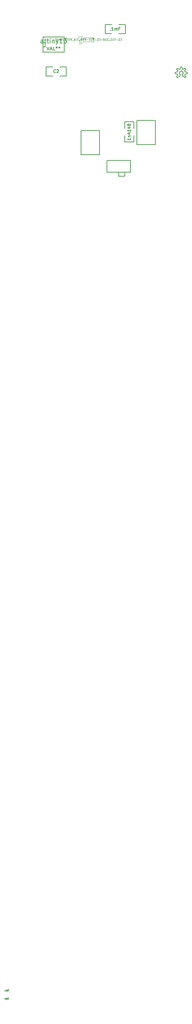
<source format=gto>
G04 ( created by brdgerber.py ( brdgerber.py v0.1 2014-03-12 ) ) date 2021-02-01 19:08:34 EST*
G04 Gerber Fmt 3.4, Leading zero omitted, Abs format*
%MOIN*%
%FSLAX34Y34*%
G01*
G70*
G90*
G04 APERTURE LIST*
%ADD14R,0.2000X0.2000*%
%ADD24R,0.0315X0.0394*%
%ADD19R,0.0393X0.0314*%
%ADD25C,0.0047*%
%ADD13C,0.0200*%
%ADD20R,0.0275X0.0590*%
%ADD10R,0.0236X0.0551*%
%ADD27C,0.0031*%
%ADD12C,0.0050*%
%ADD18C,0.0354*%
%ADD21C,0.0000*%
%ADD15R,0.3000X0.3000*%
%ADD22C,0.0059*%
%ADD11C,0.0060*%
%ADD16R,0.0600X0.0800*%
%ADD23C,0.0471*%
%ADD26C,0.0039*%
%ADD17R,0.0800X0.0600*%
G04 APERTURE END LIST*
G54D14*
D12*
G01X-38500Y-13050D02*
G01X-38500Y-13100D01*
D12*
G01X-38500Y-13100D02*
G01X-36400Y-13100D01*
D12*
G01X-36400Y-11600D02*
G01X-38500Y-11600D01*
D12*
G01X-38500Y-11600D02*
G01X-38500Y-13050D01*
D12*
G01X-38500Y-12150D02*
G01X-38300Y-12150D01*
D12*
G01X-38300Y-12150D02*
G01X-38300Y-12550D01*
D12*
G01X-38300Y-12550D02*
G01X-38500Y-12550D01*
D12*
G01X-36400Y-11600D02*
G01X-36400Y-13100D01*
D11*
G01X-38521Y-12182D02*
G01X-38521Y-11946D01*
G01X-38543Y-11904D01*
G01X-38586Y-11882D01*
G01X-38671Y-11882D01*
G01X-38714Y-11904D01*
D11*
G01X-38521Y-12161D02*
G01X-38564Y-12182D01*
G01X-38671Y-12182D01*
G01X-38714Y-12161D01*
G01X-38736Y-12118D01*
G01X-38736Y-12075D01*
G01X-38714Y-12032D01*
G01X-38671Y-12011D01*
G01X-38564Y-12011D01*
G01X-38521Y-11989D01*
D11*
G01X-38371Y-11882D02*
G01X-38200Y-11882D01*
D11*
G01X-38307Y-11732D02*
G01X-38307Y-12118D01*
G01X-38286Y-12161D01*
G01X-38243Y-12182D01*
G01X-38200Y-12182D01*
D11*
G01X-38114Y-11882D02*
G01X-37943Y-11882D01*
D11*
G01X-38050Y-11732D02*
G01X-38050Y-12118D01*
G01X-38029Y-12161D01*
G01X-37986Y-12182D01*
G01X-37943Y-12182D01*
D11*
G01X-37793Y-12182D02*
G01X-37793Y-11882D01*
D11*
G01X-37793Y-11732D02*
G01X-37814Y-11754D01*
G01X-37793Y-11775D01*
G01X-37771Y-11754D01*
G01X-37793Y-11732D01*
G01X-37793Y-11775D01*
D11*
G01X-37579Y-11882D02*
G01X-37579Y-12182D01*
D11*
G01X-37579Y-11925D02*
G01X-37557Y-11904D01*
G01X-37514Y-11882D01*
G01X-37450Y-11882D01*
G01X-37407Y-11904D01*
G01X-37386Y-11946D01*
G01X-37386Y-12182D01*
D11*
G01X-37214Y-11882D02*
G01X-37107Y-12182D01*
D11*
G01X-37000Y-11882D02*
G01X-37107Y-12182D01*
G01X-37150Y-12289D01*
G01X-37171Y-12311D01*
G01X-37214Y-12332D01*
D11*
G01X-36593Y-12182D02*
G01X-36850Y-12182D01*
D11*
G01X-36721Y-12182D02*
G01X-36721Y-11732D01*
G01X-36764Y-11796D01*
G01X-36807Y-11839D01*
G01X-36850Y-11861D01*
D11*
G01X-36443Y-11732D02*
G01X-36164Y-11732D01*
G01X-36314Y-11904D01*
G01X-36250Y-11904D01*
G01X-36207Y-11925D01*
G01X-36186Y-11946D01*
G01X-36164Y-11989D01*
G01X-36164Y-12096D01*
G01X-36186Y-12139D01*
G01X-36207Y-12161D01*
G01X-36250Y-12182D01*
G01X-36379Y-12182D01*
G01X-36421Y-12161D01*
G01X-36443Y-12139D01*
D11*
G01X-38125Y-12542D02*
G01X-38008Y-12892D01*
G01X-37892Y-12542D01*
D11*
G01X-37792Y-12792D02*
G01X-37625Y-12792D01*
D11*
G01X-37825Y-12892D02*
G01X-37708Y-12542D01*
G01X-37592Y-12892D01*
D11*
G01X-37308Y-12892D02*
G01X-37475Y-12892D01*
G01X-37475Y-12542D01*
D11*
G01X-37142Y-12542D02*
G01X-37142Y-12625D01*
D11*
G01X-37225Y-12592D02*
G01X-37142Y-12625D01*
G01X-37058Y-12592D01*
D11*
G01X-37192Y-12692D02*
G01X-37142Y-12625D01*
G01X-37092Y-12692D01*
D11*
G01X-36875Y-12542D02*
G01X-36875Y-12625D01*
D11*
G01X-36958Y-12592D02*
G01X-36875Y-12625D01*
G01X-36792Y-12592D01*
D11*
G01X-36925Y-12692D02*
G01X-36875Y-12625D01*
G01X-36825Y-12692D01*
D12*
G01X-30350Y-11250D02*
G01X-30350Y-10350D01*
D12*
G01X-30350Y-10350D02*
G01X-31000Y-10350D01*
D12*
G01X-31700Y-11250D02*
G01X-32350Y-11250D01*
D12*
G01X-32350Y-11250D02*
G01X-32350Y-10350D01*
D12*
G01X-32350Y-10350D02*
G01X-31700Y-10350D01*
D12*
G01X-31000Y-11250D02*
G01X-30350Y-11250D01*
D12*
G01X-31821Y-10893D02*
G01X-31807Y-10907D01*
G01X-31821Y-10921D01*
G01X-31836Y-10907D01*
G01X-31821Y-10893D01*
G01X-31821Y-10921D01*
D12*
G01X-31521Y-10921D02*
G01X-31693Y-10921D01*
D12*
G01X-31607Y-10921D02*
G01X-31607Y-10621D01*
G01X-31636Y-10664D01*
G01X-31664Y-10693D01*
G01X-31693Y-10707D01*
D12*
G01X-31393Y-10921D02*
G01X-31393Y-10721D01*
D12*
G01X-31393Y-10750D02*
G01X-31379Y-10736D01*
G01X-31350Y-10721D01*
G01X-31307Y-10721D01*
G01X-31279Y-10736D01*
G01X-31264Y-10764D01*
G01X-31264Y-10921D01*
D12*
G01X-31264Y-10764D02*
G01X-31250Y-10736D01*
G01X-31221Y-10721D01*
G01X-31179Y-10721D01*
G01X-31150Y-10736D01*
G01X-31136Y-10764D01*
G01X-31136Y-10921D01*
D12*
G01X-30893Y-10764D02*
G01X-30993Y-10764D01*
D12*
G01X-30993Y-10921D02*
G01X-30993Y-10621D01*
G01X-30850Y-10621D01*
D12*
G01X-29500Y-20000D02*
G01X-30400Y-20000D01*
D12*
G01X-30400Y-20000D02*
G01X-30400Y-20650D01*
D12*
G01X-29500Y-21350D02*
G01X-29500Y-22000D01*
D12*
G01X-29500Y-22000D02*
G01X-30400Y-22000D01*
D12*
G01X-30400Y-22000D02*
G01X-30400Y-21350D01*
D12*
G01X-29500Y-20650D02*
G01X-29500Y-20000D01*
D12*
G01X-29829Y-21621D02*
G01X-29829Y-21793D01*
D12*
G01X-29829Y-21707D02*
G01X-30129Y-21707D01*
G01X-30086Y-21736D01*
G01X-30057Y-21764D01*
G01X-30043Y-21793D01*
D12*
G01X-30029Y-21493D02*
G01X-29829Y-21493D01*
D12*
G01X-30000Y-21493D02*
G01X-30014Y-21479D01*
G01X-30029Y-21450D01*
G01X-30029Y-21407D01*
G01X-30014Y-21379D01*
G01X-29986Y-21364D01*
G01X-29829Y-21364D01*
D12*
G01X-30029Y-21093D02*
G01X-29829Y-21093D01*
D12*
G01X-30143Y-21164D02*
G01X-29929Y-21236D01*
G01X-29929Y-21050D01*
D12*
G01X-29829Y-20779D02*
G01X-29829Y-20950D01*
D12*
G01X-29829Y-20864D02*
G01X-30129Y-20864D01*
G01X-30086Y-20893D01*
G01X-30057Y-20921D01*
G01X-30043Y-20950D01*
D12*
G01X-30029Y-20521D02*
G01X-29829Y-20521D01*
D12*
G01X-30143Y-20593D02*
G01X-29929Y-20664D01*
G01X-29929Y-20479D01*
D12*
G01X-30000Y-20321D02*
G01X-30014Y-20350D01*
G01X-30029Y-20364D01*
G01X-30057Y-20379D01*
G01X-30071Y-20379D01*
G01X-30100Y-20364D01*
G01X-30114Y-20350D01*
G01X-30129Y-20321D01*
G01X-30129Y-20264D01*
G01X-30114Y-20236D01*
G01X-30100Y-20221D01*
G01X-30071Y-20207D01*
G01X-30057Y-20207D01*
G01X-30029Y-20221D01*
G01X-30014Y-20236D01*
G01X-30000Y-20264D01*
G01X-30000Y-20321D01*
G01X-29986Y-20350D01*
G01X-29971Y-20364D01*
G01X-29943Y-20379D01*
G01X-29886Y-20379D01*
G01X-29857Y-20364D01*
G01X-29843Y-20350D01*
G01X-29829Y-20321D01*
G01X-29829Y-20264D01*
G01X-29843Y-20236D01*
G01X-29857Y-20221D01*
G01X-29886Y-20207D01*
G01X-29943Y-20207D01*
G01X-29971Y-20221D01*
G01X-29986Y-20236D01*
G01X-30000Y-20264D01*
D11*
G01X-32181Y-23810D02*
G01X-29819Y-23810D01*
D11*
G01X-29819Y-23810D02*
G01X-29819Y-24990D01*
D11*
G01X-29819Y-24990D02*
G01X-30410Y-24990D01*
D11*
G01X-30410Y-24990D02*
G01X-31000Y-24990D01*
D11*
G01X-31000Y-24990D02*
G01X-32181Y-24990D01*
D11*
G01X-32181Y-24990D02*
G01X-32181Y-23810D01*
D11*
G01X-30410Y-24990D02*
G01X-30410Y-25384D01*
D11*
G01X-31000Y-24990D02*
G01X-31000Y-25384D01*
D11*
G01X-31000Y-25384D02*
G01X-30410Y-25384D01*
D11*
G01X-31000Y-25384D02*
G01X-31000Y-24990D01*
D11*
G01X-31000Y-24990D02*
G01X-30410Y-24990D01*
D11*
G01X-30410Y-24990D02*
G01X-30410Y-25384D01*
D11*
G01X-30410Y-25384D02*
G01X-31000Y-25384D01*
D22*
G01X-24645Y-15525D02*
G01X-24644Y-15525D01*
G01X-24643Y-15524D01*
G01X-24642Y-15524D01*
G01X-24641Y-15523D01*
G01X-24640Y-15523D01*
G01X-24639Y-15523D01*
G01X-24638Y-15522D01*
G01X-24637Y-15522D01*
G01X-24636Y-15521D01*
G01X-24635Y-15521D01*
G01X-24634Y-15520D01*
G01X-24634Y-15520D01*
G01X-24633Y-15520D01*
G01X-24632Y-15519D01*
G01X-24631Y-15519D01*
G01X-24630Y-15518D01*
G01X-24629Y-15518D01*
G01X-24628Y-15517D01*
G01X-24627Y-15517D01*
G01X-24626Y-15517D01*
G01X-24625Y-15516D01*
G01X-24624Y-15516D01*
G01X-24623Y-15515D01*
G01X-24622Y-15515D01*
G01X-24621Y-15514D01*
G01X-24620Y-15514D01*
G01X-24619Y-15513D01*
G01X-24619Y-15513D01*
G01X-24618Y-15512D01*
G01X-24617Y-15512D01*
G01X-24616Y-15512D01*
G01X-24615Y-15511D01*
G01X-24614Y-15511D01*
G01X-24613Y-15510D01*
G01X-24612Y-15510D01*
G01X-24611Y-15509D01*
G01X-24610Y-15509D01*
G01X-24609Y-15508D01*
G01X-24608Y-15508D01*
G01X-24607Y-15507D01*
G01X-24607Y-15507D01*
G01X-24606Y-15506D01*
G01X-24605Y-15506D01*
G01X-24604Y-15505D01*
G01X-24603Y-15505D01*
G01X-24602Y-15504D01*
G01X-24601Y-15504D01*
G01X-24600Y-15503D01*
G01X-24599Y-15503D01*
G01X-24598Y-15502D01*
G01X-24597Y-15502D01*
G01X-24597Y-15501D01*
G01X-24596Y-15501D01*
G01X-24595Y-15500D01*
G01X-24594Y-15499D01*
G01X-24593Y-15499D01*
G01X-24592Y-15498D01*
G01X-24591Y-15498D01*
G01X-24590Y-15497D01*
G01X-24589Y-15497D01*
G01X-24588Y-15496D01*
G01X-24588Y-15496D01*
G01X-24587Y-15495D01*
G01X-24586Y-15495D01*
D22*
G01X-24585Y-15494D02*
G01X-24437Y-15615D01*
D22*
G01X-24437Y-15615D02*
G01X-24335Y-15513D01*
D22*
G01X-24335Y-15513D02*
G01X-24456Y-15365D01*
D22*
G01X-24456Y-15365D02*
G01X-24455Y-15363D01*
G01X-24454Y-15361D01*
G01X-24453Y-15360D01*
G01X-24452Y-15358D01*
G01X-24451Y-15356D01*
G01X-24449Y-15354D01*
G01X-24448Y-15352D01*
G01X-24447Y-15351D01*
G01X-24446Y-15349D01*
G01X-24445Y-15347D01*
G01X-24444Y-15345D01*
G01X-24443Y-15343D01*
G01X-24442Y-15341D01*
G01X-24441Y-15340D01*
G01X-24440Y-15338D01*
G01X-24439Y-15336D01*
G01X-24438Y-15334D01*
G01X-24437Y-15332D01*
G01X-24437Y-15330D01*
G01X-24436Y-15328D01*
G01X-24435Y-15326D01*
G01X-24434Y-15324D01*
G01X-24433Y-15323D01*
G01X-24432Y-15321D01*
G01X-24431Y-15319D01*
G01X-24430Y-15317D01*
G01X-24429Y-15315D01*
G01X-24429Y-15313D01*
G01X-24428Y-15311D01*
G01X-24427Y-15309D01*
G01X-24426Y-15307D01*
G01X-24425Y-15305D01*
G01X-24424Y-15303D01*
G01X-24424Y-15301D01*
G01X-24423Y-15299D01*
G01X-24422Y-15297D01*
G01X-24421Y-15296D01*
G01X-24421Y-15294D01*
G01X-24420Y-15292D01*
G01X-24419Y-15290D01*
G01X-24418Y-15288D01*
G01X-24418Y-15286D01*
G01X-24417Y-15284D01*
G01X-24416Y-15282D01*
G01X-24416Y-15280D01*
G01X-24415Y-15278D01*
G01X-24414Y-15276D01*
G01X-24414Y-15274D01*
G01X-24413Y-15272D01*
G01X-24412Y-15270D01*
G01X-24412Y-15268D01*
G01X-24411Y-15266D01*
G01X-24411Y-15264D01*
G01X-24410Y-15262D01*
G01X-24409Y-15260D01*
G01X-24409Y-15258D01*
G01X-24408Y-15256D01*
G01X-24408Y-15254D01*
G01X-24407Y-15251D01*
G01X-24407Y-15249D01*
G01X-24406Y-15247D01*
G01X-24406Y-15245D01*
G01X-24405Y-15243D01*
G01X-24405Y-15241D01*
D22*
G01X-24405Y-15241D02*
G01X-24214Y-15221D01*
D22*
G01X-24214Y-15221D02*
G01X-24214Y-15079D01*
D22*
G01X-24214Y-15079D02*
G01X-24405Y-15059D01*
D22*
G01X-24405Y-15059D02*
G01X-24405Y-15057D01*
G01X-24406Y-15055D01*
G01X-24406Y-15053D01*
G01X-24407Y-15051D01*
G01X-24407Y-15049D01*
G01X-24408Y-15047D01*
G01X-24409Y-15045D01*
G01X-24409Y-15043D01*
G01X-24410Y-15041D01*
G01X-24410Y-15039D01*
G01X-24411Y-15037D01*
G01X-24411Y-15035D01*
G01X-24412Y-15033D01*
G01X-24413Y-15031D01*
G01X-24413Y-15029D01*
G01X-24414Y-15027D01*
G01X-24415Y-15025D01*
G01X-24415Y-15023D01*
G01X-24416Y-15021D01*
G01X-24417Y-15019D01*
G01X-24417Y-15017D01*
G01X-24418Y-15015D01*
G01X-24419Y-15013D01*
G01X-24419Y-15011D01*
G01X-24420Y-15009D01*
G01X-24421Y-15007D01*
G01X-24422Y-15005D01*
G01X-24422Y-15003D01*
G01X-24423Y-15001D01*
G01X-24424Y-14999D01*
G01X-24425Y-14997D01*
G01X-24425Y-14995D01*
G01X-24426Y-14993D01*
G01X-24427Y-14991D01*
G01X-24428Y-14989D01*
G01X-24429Y-14987D01*
G01X-24430Y-14985D01*
G01X-24430Y-14983D01*
G01X-24431Y-14982D01*
G01X-24432Y-14980D01*
G01X-24433Y-14978D01*
G01X-24434Y-14976D01*
G01X-24435Y-14974D01*
G01X-24436Y-14972D01*
G01X-24437Y-14970D01*
G01X-24438Y-14968D01*
G01X-24439Y-14966D01*
G01X-24440Y-14965D01*
G01X-24441Y-14963D01*
G01X-24441Y-14961D01*
G01X-24442Y-14959D01*
G01X-24443Y-14957D01*
G01X-24444Y-14955D01*
G01X-24445Y-14953D01*
G01X-24447Y-14952D01*
G01X-24448Y-14950D01*
G01X-24449Y-14948D01*
G01X-24450Y-14946D01*
G01X-24451Y-14944D01*
G01X-24452Y-14943D01*
G01X-24453Y-14941D01*
G01X-24454Y-14939D01*
G01X-24455Y-14937D01*
G01X-24456Y-14935D01*
D22*
G01X-24456Y-14935D02*
G01X-24335Y-14787D01*
D22*
G01X-24335Y-14787D02*
G01X-24437Y-14685D01*
D22*
G01X-24437Y-14685D02*
G01X-24585Y-14806D01*
D22*
G01X-24585Y-14806D02*
G01X-24587Y-14805D01*
G01X-24589Y-14804D01*
G01X-24590Y-14803D01*
G01X-24592Y-14802D01*
G01X-24594Y-14801D01*
G01X-24596Y-14799D01*
G01X-24598Y-14798D01*
G01X-24599Y-14797D01*
G01X-24601Y-14796D01*
G01X-24603Y-14795D01*
G01X-24605Y-14794D01*
G01X-24607Y-14793D01*
G01X-24609Y-14792D01*
G01X-24610Y-14791D01*
G01X-24612Y-14790D01*
G01X-24614Y-14789D01*
G01X-24616Y-14788D01*
G01X-24618Y-14787D01*
G01X-24620Y-14787D01*
G01X-24622Y-14786D01*
G01X-24624Y-14785D01*
G01X-24626Y-14784D01*
G01X-24627Y-14783D01*
G01X-24629Y-14782D01*
G01X-24631Y-14781D01*
G01X-24633Y-14780D01*
G01X-24635Y-14779D01*
G01X-24637Y-14779D01*
G01X-24639Y-14778D01*
G01X-24641Y-14777D01*
G01X-24643Y-14776D01*
G01X-24645Y-14775D01*
G01X-24647Y-14774D01*
G01X-24649Y-14774D01*
G01X-24651Y-14773D01*
G01X-24653Y-14772D01*
G01X-24654Y-14771D01*
G01X-24656Y-14771D01*
G01X-24658Y-14770D01*
G01X-24660Y-14769D01*
G01X-24662Y-14768D01*
G01X-24664Y-14768D01*
G01X-24666Y-14767D01*
G01X-24668Y-14766D01*
G01X-24670Y-14766D01*
G01X-24672Y-14765D01*
G01X-24674Y-14764D01*
G01X-24676Y-14764D01*
G01X-24678Y-14763D01*
G01X-24680Y-14762D01*
G01X-24682Y-14762D01*
G01X-24684Y-14761D01*
G01X-24686Y-14761D01*
G01X-24688Y-14760D01*
G01X-24690Y-14759D01*
G01X-24692Y-14759D01*
G01X-24694Y-14758D01*
G01X-24696Y-14758D01*
G01X-24699Y-14757D01*
G01X-24701Y-14757D01*
G01X-24703Y-14756D01*
G01X-24705Y-14756D01*
G01X-24707Y-14755D01*
G01X-24709Y-14755D01*
D22*
G01X-24709Y-14755D02*
G01X-24729Y-14564D01*
D22*
G01X-24729Y-14564D02*
G01X-24871Y-14564D01*
D22*
G01X-24871Y-14564D02*
G01X-24891Y-14755D01*
D22*
G01X-24891Y-14755D02*
G01X-24893Y-14755D01*
G01X-24895Y-14756D01*
G01X-24897Y-14756D01*
G01X-24899Y-14757D01*
G01X-24901Y-14757D01*
G01X-24903Y-14758D01*
G01X-24905Y-14759D01*
G01X-24907Y-14759D01*
G01X-24909Y-14760D01*
G01X-24911Y-14760D01*
G01X-24913Y-14761D01*
G01X-24915Y-14761D01*
G01X-24917Y-14762D01*
G01X-24919Y-14763D01*
G01X-24921Y-14763D01*
G01X-24923Y-14764D01*
G01X-24925Y-14765D01*
G01X-24927Y-14765D01*
G01X-24929Y-14766D01*
G01X-24931Y-14767D01*
G01X-24933Y-14767D01*
G01X-24935Y-14768D01*
G01X-24937Y-14769D01*
G01X-24939Y-14769D01*
G01X-24941Y-14770D01*
G01X-24943Y-14771D01*
G01X-24945Y-14772D01*
G01X-24947Y-14772D01*
G01X-24949Y-14773D01*
G01X-24951Y-14774D01*
G01X-24953Y-14775D01*
G01X-24955Y-14775D01*
G01X-24957Y-14776D01*
G01X-24959Y-14777D01*
G01X-24961Y-14778D01*
G01X-24963Y-14779D01*
G01X-24965Y-14780D01*
G01X-24967Y-14780D01*
G01X-24968Y-14781D01*
G01X-24970Y-14782D01*
G01X-24972Y-14783D01*
G01X-24974Y-14784D01*
G01X-24976Y-14785D01*
G01X-24978Y-14786D01*
G01X-24980Y-14787D01*
G01X-24982Y-14788D01*
G01X-24984Y-14789D01*
G01X-24985Y-14790D01*
G01X-24987Y-14791D01*
G01X-24989Y-14791D01*
G01X-24991Y-14792D01*
G01X-24993Y-14793D01*
G01X-24995Y-14794D01*
G01X-24997Y-14795D01*
G01X-24998Y-14797D01*
G01X-25000Y-14798D01*
G01X-25002Y-14799D01*
G01X-25004Y-14800D01*
G01X-25006Y-14801D01*
G01X-25007Y-14802D01*
G01X-25009Y-14803D01*
G01X-25011Y-14804D01*
G01X-25013Y-14805D01*
G01X-25015Y-14806D01*
D22*
G01X-25015Y-14806D02*
G01X-25163Y-14685D01*
D22*
G01X-25163Y-14685D02*
G01X-25265Y-14787D01*
D22*
G01X-25265Y-14787D02*
G01X-25144Y-14935D01*
D22*
G01X-25144Y-14935D02*
G01X-25145Y-14937D01*
G01X-25146Y-14939D01*
G01X-25147Y-14940D01*
G01X-25148Y-14942D01*
G01X-25149Y-14944D01*
G01X-25151Y-14946D01*
G01X-25152Y-14948D01*
G01X-25153Y-14949D01*
G01X-25154Y-14951D01*
G01X-25155Y-14953D01*
G01X-25156Y-14955D01*
G01X-25157Y-14957D01*
G01X-25158Y-14959D01*
G01X-25159Y-14960D01*
G01X-25160Y-14962D01*
G01X-25161Y-14964D01*
G01X-25162Y-14966D01*
G01X-25163Y-14968D01*
G01X-25163Y-14970D01*
G01X-25164Y-14972D01*
G01X-25165Y-14974D01*
G01X-25166Y-14976D01*
G01X-25167Y-14977D01*
G01X-25168Y-14979D01*
G01X-25169Y-14981D01*
G01X-25170Y-14983D01*
G01X-25171Y-14985D01*
G01X-25171Y-14987D01*
G01X-25172Y-14989D01*
G01X-25173Y-14991D01*
G01X-25174Y-14993D01*
G01X-25175Y-14995D01*
G01X-25176Y-14997D01*
G01X-25176Y-14999D01*
G01X-25177Y-15001D01*
G01X-25178Y-15003D01*
G01X-25179Y-15004D01*
G01X-25179Y-15006D01*
G01X-25180Y-15008D01*
G01X-25181Y-15010D01*
G01X-25182Y-15012D01*
G01X-25182Y-15014D01*
G01X-25183Y-15016D01*
G01X-25184Y-15018D01*
G01X-25184Y-15020D01*
G01X-25185Y-15022D01*
G01X-25186Y-15024D01*
G01X-25186Y-15026D01*
G01X-25187Y-15028D01*
G01X-25188Y-15030D01*
G01X-25188Y-15032D01*
G01X-25189Y-15034D01*
G01X-25189Y-15036D01*
G01X-25190Y-15038D01*
G01X-25191Y-15040D01*
G01X-25191Y-15042D01*
G01X-25192Y-15044D01*
G01X-25192Y-15046D01*
G01X-25193Y-15049D01*
G01X-25193Y-15051D01*
G01X-25194Y-15053D01*
G01X-25194Y-15055D01*
G01X-25195Y-15057D01*
G01X-25195Y-15059D01*
D22*
G01X-25195Y-15059D02*
G01X-25386Y-15079D01*
D22*
G01X-25386Y-15079D02*
G01X-25386Y-15221D01*
D22*
G01X-25386Y-15221D02*
G01X-25195Y-15241D01*
D22*
G01X-25195Y-15241D02*
G01X-25195Y-15243D01*
G01X-25194Y-15245D01*
G01X-25194Y-15247D01*
G01X-25193Y-15249D01*
G01X-25193Y-15251D01*
G01X-25192Y-15253D01*
G01X-25191Y-15255D01*
G01X-25191Y-15257D01*
G01X-25190Y-15259D01*
G01X-25190Y-15261D01*
G01X-25189Y-15263D01*
G01X-25189Y-15265D01*
G01X-25188Y-15267D01*
G01X-25187Y-15269D01*
G01X-25187Y-15271D01*
G01X-25186Y-15273D01*
G01X-25185Y-15275D01*
G01X-25185Y-15277D01*
G01X-25184Y-15279D01*
G01X-25183Y-15281D01*
G01X-25183Y-15283D01*
G01X-25182Y-15285D01*
G01X-25181Y-15287D01*
G01X-25181Y-15289D01*
G01X-25180Y-15291D01*
G01X-25179Y-15293D01*
G01X-25178Y-15295D01*
G01X-25178Y-15297D01*
G01X-25177Y-15299D01*
G01X-25176Y-15301D01*
G01X-25175Y-15303D01*
G01X-25175Y-15305D01*
G01X-25174Y-15307D01*
G01X-25173Y-15309D01*
G01X-25172Y-15311D01*
G01X-25171Y-15313D01*
G01X-25170Y-15315D01*
G01X-25170Y-15317D01*
G01X-25169Y-15318D01*
G01X-25168Y-15320D01*
G01X-25167Y-15322D01*
G01X-25166Y-15324D01*
G01X-25165Y-15326D01*
G01X-25164Y-15328D01*
G01X-25163Y-15330D01*
G01X-25162Y-15332D01*
G01X-25161Y-15334D01*
G01X-25160Y-15335D01*
G01X-25159Y-15337D01*
G01X-25159Y-15339D01*
G01X-25158Y-15341D01*
G01X-25157Y-15343D01*
G01X-25156Y-15345D01*
G01X-25155Y-15347D01*
G01X-25153Y-15348D01*
G01X-25152Y-15350D01*
G01X-25151Y-15352D01*
G01X-25150Y-15354D01*
G01X-25149Y-15356D01*
G01X-25148Y-15357D01*
G01X-25147Y-15359D01*
G01X-25146Y-15361D01*
G01X-25145Y-15363D01*
G01X-25144Y-15365D01*
D22*
G01X-25144Y-15365D02*
G01X-25265Y-15513D01*
D22*
G01X-25265Y-15513D02*
G01X-25163Y-15615D01*
D22*
G01X-25163Y-15615D02*
G01X-25015Y-15494D01*
D22*
G01X-25015Y-15494D02*
G01X-25014Y-15495D01*
G01X-25013Y-15495D01*
G01X-25012Y-15496D01*
G01X-25011Y-15496D01*
G01X-25011Y-15497D01*
G01X-25010Y-15497D01*
G01X-25009Y-15498D01*
G01X-25008Y-15498D01*
G01X-25007Y-15499D01*
G01X-25006Y-15499D01*
G01X-25005Y-15500D01*
G01X-25004Y-15500D01*
G01X-25003Y-15501D01*
G01X-25003Y-15501D01*
G01X-25002Y-15502D01*
G01X-25001Y-15503D01*
G01X-25000Y-15503D01*
G01X-24999Y-15504D01*
G01X-24998Y-15504D01*
G01X-24997Y-15505D01*
G01X-24996Y-15505D01*
G01X-24995Y-15506D01*
G01X-24994Y-15506D01*
G01X-24993Y-15507D01*
G01X-24993Y-15507D01*
G01X-24992Y-15508D01*
G01X-24991Y-15508D01*
G01X-24990Y-15509D01*
G01X-24989Y-15509D01*
G01X-24988Y-15510D01*
G01X-24987Y-15510D01*
G01X-24986Y-15510D01*
G01X-24985Y-15511D01*
G01X-24984Y-15511D01*
G01X-24983Y-15512D01*
G01X-24982Y-15512D01*
G01X-24981Y-15513D01*
G01X-24981Y-15513D01*
G01X-24980Y-15514D01*
G01X-24979Y-15514D01*
G01X-24978Y-15515D01*
G01X-24977Y-15515D01*
G01X-24976Y-15516D01*
G01X-24975Y-15516D01*
G01X-24974Y-15516D01*
G01X-24973Y-15517D01*
G01X-24972Y-15517D01*
G01X-24971Y-15518D01*
G01X-24970Y-15518D01*
G01X-24969Y-15519D01*
G01X-24968Y-15519D01*
G01X-24967Y-15520D01*
G01X-24966Y-15520D01*
G01X-24965Y-15520D01*
G01X-24965Y-15521D01*
G01X-24964Y-15521D01*
G01X-24963Y-15522D01*
G01X-24962Y-15522D01*
G01X-24961Y-15522D01*
G01X-24960Y-15523D01*
G01X-24959Y-15523D01*
G01X-24958Y-15524D01*
G01X-24957Y-15524D01*
G01X-24956Y-15524D01*
D22*
G01X-24955Y-15525D02*
G01X-24870Y-15320D01*
D22*
G01X-24870Y-15320D02*
G01X-24873Y-15319D01*
G01X-24876Y-15317D01*
G01X-24879Y-15316D01*
G01X-24882Y-15314D01*
G01X-24885Y-15313D01*
G01X-24888Y-15311D01*
G01X-24891Y-15310D01*
G01X-24894Y-15308D01*
G01X-24897Y-15306D01*
G01X-24900Y-15304D01*
G01X-24903Y-15302D01*
G01X-24906Y-15301D01*
G01X-24908Y-15299D01*
G01X-24911Y-15297D01*
G01X-24914Y-15294D01*
G01X-24916Y-15292D01*
G01X-24919Y-15290D01*
G01X-24921Y-15288D01*
G01X-24924Y-15286D01*
G01X-24926Y-15283D01*
G01X-24929Y-15281D01*
G01X-24931Y-15279D01*
G01X-24934Y-15276D01*
G01X-24936Y-15274D01*
G01X-24938Y-15271D01*
G01X-24940Y-15269D01*
G01X-24943Y-15266D01*
G01X-24945Y-15263D01*
G01X-24947Y-15261D01*
G01X-24949Y-15258D01*
G01X-24951Y-15255D01*
G01X-24953Y-15252D01*
G01X-24955Y-15250D01*
G01X-24956Y-15247D01*
G01X-24958Y-15244D01*
G01X-24960Y-15241D01*
G01X-24961Y-15238D01*
G01X-24963Y-15235D01*
G01X-24965Y-15232D01*
G01X-24966Y-15229D01*
G01X-24967Y-15226D01*
G01X-24969Y-15223D01*
G01X-24970Y-15220D01*
G01X-24971Y-15217D01*
G01X-24973Y-15213D01*
G01X-24974Y-15210D01*
G01X-24975Y-15207D01*
G01X-24976Y-15204D01*
G01X-24977Y-15200D01*
G01X-24978Y-15197D01*
G01X-24979Y-15194D01*
G01X-24979Y-15191D01*
G01X-24980Y-15187D01*
G01X-24981Y-15184D01*
G01X-24981Y-15181D01*
G01X-24982Y-15177D01*
G01X-24982Y-15174D01*
G01X-24983Y-15171D01*
G01X-24983Y-15167D01*
G01X-24983Y-15164D01*
G01X-24984Y-15161D01*
G01X-24984Y-15157D01*
G01X-24984Y-15154D01*
G01X-24984Y-15150D01*
D22*
G01X-24984Y-15150D02*
G01X-24984Y-15138D01*
G01X-24982Y-15125D01*
G01X-24980Y-15113D01*
G01X-24977Y-15101D01*
G01X-24974Y-15089D01*
G01X-24969Y-15078D01*
G01X-24964Y-15066D01*
G01X-24958Y-15055D01*
G01X-24951Y-15045D01*
G01X-24944Y-15035D01*
G01X-24936Y-15026D01*
G01X-24927Y-15017D01*
G01X-24918Y-15009D01*
G01X-24908Y-15001D01*
G01X-24898Y-14994D01*
G01X-24887Y-14988D01*
G01X-24876Y-14982D01*
G01X-24864Y-14978D01*
G01X-24852Y-14974D01*
G01X-24840Y-14970D01*
G01X-24828Y-14968D01*
G01X-24816Y-14967D01*
G01X-24804Y-14966D01*
G01X-24791Y-14966D01*
G01X-24779Y-14967D01*
G01X-24766Y-14969D01*
G01X-24754Y-14972D01*
G01X-24742Y-14975D01*
G01X-24731Y-14980D01*
G01X-24719Y-14985D01*
G01X-24708Y-14990D01*
G01X-24698Y-14997D01*
G01X-24688Y-15004D01*
G01X-24678Y-15012D01*
G01X-24669Y-15021D01*
G01X-24661Y-15030D01*
G01X-24653Y-15039D01*
G01X-24646Y-15050D01*
G01X-24639Y-15060D01*
G01X-24634Y-15071D01*
G01X-24629Y-15083D01*
G01X-24625Y-15094D01*
G01X-24621Y-15106D01*
G01X-24619Y-15118D01*
G01X-24617Y-15131D01*
G01X-24616Y-15143D01*
G01X-24616Y-15155D01*
G01X-24617Y-15168D01*
G01X-24618Y-15180D01*
G01X-24621Y-15192D01*
G01X-24624Y-15204D01*
G01X-24628Y-15216D01*
G01X-24633Y-15227D01*
G01X-24639Y-15238D01*
G01X-24645Y-15249D01*
G01X-24652Y-15259D01*
G01X-24660Y-15269D01*
G01X-24668Y-15278D01*
G01X-24677Y-15287D01*
G01X-24687Y-15295D01*
G01X-24697Y-15302D01*
G01X-24707Y-15309D01*
G01X-24718Y-15315D01*
G01X-24729Y-15320D01*
D22*
G01X-24730Y-15320D02*
G01X-24645Y-15525D01*
D12*
G01X-42257Y-106181D02*
G01X-42257Y-106048D01*
D12*
G01X-42257Y-106086D02*
G01X-42248Y-106067D01*
G01X-42238Y-106057D01*
G01X-42219Y-106048D01*
G01X-42200Y-106048D01*
D12*
G01X-42057Y-106171D02*
G01X-42076Y-106181D01*
G01X-42114Y-106181D01*
G01X-42133Y-106171D01*
G01X-42143Y-106152D01*
G01X-42143Y-106076D01*
G01X-42133Y-106057D01*
G01X-42114Y-106048D01*
G01X-42076Y-106048D01*
G01X-42057Y-106057D01*
G01X-42048Y-106076D01*
G01X-42048Y-106095D01*
G01X-42143Y-106114D01*
D12*
G01X-41990Y-106048D02*
G01X-41914Y-106048D01*
D12*
G01X-41962Y-106181D02*
G01X-41962Y-106010D01*
G01X-41952Y-105990D01*
G01X-41933Y-105981D01*
G01X-41914Y-105981D01*
D12*
G01X-42290Y-106848D02*
G01X-42243Y-106981D01*
G01X-42195Y-106848D01*
D12*
G01X-42033Y-106981D02*
G01X-42033Y-106876D01*
G01X-42043Y-106857D01*
G01X-42062Y-106848D01*
G01X-42100Y-106848D01*
G01X-42119Y-106857D01*
D12*
G01X-42033Y-106971D02*
G01X-42052Y-106981D01*
G01X-42100Y-106981D01*
G01X-42119Y-106971D01*
G01X-42129Y-106952D01*
G01X-42129Y-106933D01*
G01X-42119Y-106914D01*
G01X-42100Y-106905D01*
G01X-42052Y-106905D01*
G01X-42033Y-106895D01*
D12*
G01X-41910Y-106981D02*
G01X-41929Y-106971D01*
G01X-41938Y-106952D01*
G01X-41938Y-106781D01*
D11*
G01X-32889Y-20850D02*
G01X-32889Y-23250D01*
D11*
G01X-32889Y-23250D02*
G01X-34738Y-23250D01*
D11*
G01X-34738Y-23250D02*
G01X-34738Y-20850D01*
D11*
G01X-34738Y-20850D02*
G01X-32889Y-20850D01*
D11*
G01X-29211Y-22250D02*
G01X-29211Y-19850D01*
D11*
G01X-29211Y-19850D02*
G01X-27362Y-19850D01*
D11*
G01X-27362Y-19850D02*
G01X-27362Y-22250D01*
D11*
G01X-27362Y-22250D02*
G01X-29211Y-22250D01*
D12*
G01X-38200Y-14550D02*
G01X-38200Y-15450D01*
D12*
G01X-38200Y-15450D02*
G01X-37550Y-15450D01*
D12*
G01X-36850Y-14550D02*
G01X-36200Y-14550D01*
D12*
G01X-36200Y-14550D02*
G01X-36200Y-15450D01*
D12*
G01X-36200Y-15450D02*
G01X-36850Y-15450D01*
D12*
G01X-37550Y-14550D02*
G01X-38200Y-14550D01*
D12*
G01X-37250Y-15093D02*
G01X-37264Y-15107D01*
G01X-37307Y-15121D01*
G01X-37336Y-15121D01*
G01X-37379Y-15107D01*
G01X-37407Y-15079D01*
G01X-37421Y-15050D01*
G01X-37436Y-14993D01*
G01X-37436Y-14950D01*
G01X-37421Y-14893D01*
G01X-37407Y-14864D01*
G01X-37379Y-14836D01*
G01X-37336Y-14821D01*
G01X-37307Y-14821D01*
G01X-37264Y-14836D01*
G01X-37250Y-14850D01*
D12*
G01X-37136Y-14850D02*
G01X-37121Y-14836D01*
G01X-37093Y-14821D01*
G01X-37021Y-14821D01*
G01X-36993Y-14836D01*
G01X-36979Y-14850D01*
G01X-36964Y-14879D01*
G01X-36964Y-14907D01*
G01X-36979Y-14950D01*
G01X-37150Y-15121D01*
G01X-36964Y-15121D01*
D27*
G01X-33474Y-11712D02*
G01X-33474Y-11712D01*
G01X-33474Y-11710D01*
G01X-33474Y-11709D01*
G01X-33475Y-11707D01*
G01X-33475Y-11706D01*
G01X-33475Y-11704D01*
G01X-33475Y-11703D01*
G01X-33475Y-11701D01*
G01X-33476Y-11700D01*
G01X-33476Y-11698D01*
G01X-33476Y-11697D01*
G01X-33477Y-11695D01*
G01X-33477Y-11694D01*
G01X-33478Y-11692D01*
G01X-33478Y-11691D01*
G01X-33479Y-11689D01*
G01X-33479Y-11688D01*
G01X-33480Y-11687D01*
G01X-33480Y-11685D01*
G01X-33481Y-11684D01*
G01X-33482Y-11682D01*
G01X-33483Y-11681D01*
G01X-33483Y-11680D01*
G01X-33484Y-11678D01*
G01X-33485Y-11677D01*
G01X-33486Y-11676D01*
G01X-33487Y-11675D01*
G01X-33488Y-11673D01*
G01X-33489Y-11672D01*
G01X-33490Y-11671D01*
G01X-33491Y-11670D01*
G01X-33492Y-11669D01*
G01X-33493Y-11668D01*
G01X-33494Y-11667D01*
G01X-33495Y-11666D01*
G01X-33496Y-11665D01*
G01X-33497Y-11664D01*
G01X-33498Y-11663D01*
G01X-33500Y-11662D01*
G01X-33501Y-11661D01*
G01X-33502Y-11660D01*
G01X-33503Y-11659D01*
G01X-33505Y-11658D01*
G01X-33506Y-11658D01*
G01X-33507Y-11657D01*
G01X-33509Y-11656D01*
G01X-33510Y-11655D01*
G01X-33512Y-11655D01*
G01X-33513Y-11654D01*
G01X-33514Y-11654D01*
G01X-33516Y-11653D01*
G01X-33517Y-11653D01*
G01X-33519Y-11652D01*
G01X-33520Y-11652D01*
G01X-33522Y-11651D01*
G01X-33523Y-11651D01*
G01X-33525Y-11651D01*
G01X-33526Y-11650D01*
G01X-33528Y-11650D01*
G01X-33529Y-11650D01*
G01X-33531Y-11650D01*
G01X-33532Y-11650D01*
G01X-33534Y-11649D01*
G01X-33535Y-11649D01*
G01X-33537Y-11649D01*
G01X-33539Y-11649D01*
G01X-33540Y-11649D01*
G01X-33542Y-11650D01*
G01X-33543Y-11650D01*
G01X-33545Y-11650D01*
G01X-33546Y-11650D01*
G01X-33548Y-11650D01*
G01X-33549Y-11651D01*
G01X-33551Y-11651D01*
G01X-33552Y-11651D01*
G01X-33554Y-11652D01*
G01X-33555Y-11652D01*
G01X-33557Y-11653D01*
G01X-33558Y-11653D01*
G01X-33560Y-11654D01*
G01X-33561Y-11654D01*
G01X-33562Y-11655D01*
G01X-33564Y-11655D01*
G01X-33565Y-11656D01*
G01X-33567Y-11657D01*
G01X-33568Y-11658D01*
G01X-33569Y-11658D01*
G01X-33571Y-11659D01*
G01X-33572Y-11660D01*
G01X-33573Y-11661D01*
G01X-33574Y-11662D01*
G01X-33576Y-11663D01*
G01X-33577Y-11664D01*
G01X-33578Y-11665D01*
G01X-33579Y-11666D01*
G01X-33580Y-11667D01*
G01X-33581Y-11668D01*
G01X-33582Y-11669D01*
G01X-33583Y-11670D01*
G01X-33584Y-11671D01*
G01X-33585Y-11672D01*
G01X-33586Y-11673D01*
G01X-33587Y-11675D01*
G01X-33588Y-11676D01*
G01X-33589Y-11677D01*
G01X-33590Y-11678D01*
G01X-33591Y-11680D01*
G01X-33591Y-11681D01*
G01X-33592Y-11682D01*
G01X-33593Y-11684D01*
G01X-33594Y-11685D01*
G01X-33594Y-11687D01*
G01X-33595Y-11688D01*
G01X-33595Y-11689D01*
G01X-33596Y-11691D01*
G01X-33596Y-11692D01*
G01X-33597Y-11694D01*
G01X-33597Y-11695D01*
G01X-33598Y-11697D01*
G01X-33598Y-11698D01*
G01X-33598Y-11700D01*
G01X-33599Y-11701D01*
G01X-33599Y-11703D01*
G01X-33599Y-11704D01*
G01X-33599Y-11706D01*
G01X-33599Y-11707D01*
G01X-33600Y-11709D01*
G01X-33600Y-11710D01*
G01X-33600Y-11712D01*
G01X-33600Y-11714D01*
G01X-33600Y-11715D01*
G01X-33599Y-11717D01*
G01X-33599Y-11718D01*
G01X-33599Y-11720D01*
G01X-33599Y-11721D01*
G01X-33599Y-11723D01*
G01X-33598Y-11724D01*
G01X-33598Y-11726D01*
G01X-33598Y-11727D01*
G01X-33597Y-11729D01*
G01X-33597Y-11730D01*
G01X-33596Y-11732D01*
G01X-33596Y-11733D01*
G01X-33595Y-11735D01*
G01X-33595Y-11736D01*
G01X-33594Y-11737D01*
G01X-33594Y-11739D01*
G01X-33593Y-11740D01*
G01X-33592Y-11742D01*
G01X-33591Y-11743D01*
G01X-33591Y-11744D01*
G01X-33590Y-11746D01*
G01X-33589Y-11747D01*
G01X-33588Y-11748D01*
G01X-33587Y-11749D01*
G01X-33586Y-11751D01*
G01X-33585Y-11752D01*
G01X-33584Y-11753D01*
G01X-33583Y-11754D01*
G01X-33582Y-11755D01*
G01X-33581Y-11756D01*
G01X-33580Y-11757D01*
G01X-33579Y-11758D01*
G01X-33578Y-11759D01*
G01X-33577Y-11760D01*
G01X-33576Y-11761D01*
G01X-33574Y-11762D01*
G01X-33573Y-11763D01*
G01X-33572Y-11764D01*
G01X-33571Y-11765D01*
G01X-33569Y-11766D01*
G01X-33568Y-11766D01*
G01X-33567Y-11767D01*
G01X-33565Y-11768D01*
G01X-33564Y-11769D01*
G01X-33562Y-11769D01*
G01X-33561Y-11770D01*
G01X-33560Y-11770D01*
G01X-33558Y-11771D01*
G01X-33557Y-11771D01*
G01X-33555Y-11772D01*
G01X-33554Y-11772D01*
G01X-33552Y-11773D01*
G01X-33551Y-11773D01*
G01X-33549Y-11773D01*
G01X-33548Y-11774D01*
G01X-33546Y-11774D01*
G01X-33545Y-11774D01*
G01X-33543Y-11774D01*
G01X-33542Y-11774D01*
G01X-33540Y-11775D01*
G01X-33539Y-11775D01*
G01X-33537Y-11775D01*
G01X-33535Y-11775D01*
G01X-33534Y-11775D01*
G01X-33532Y-11774D01*
G01X-33531Y-11774D01*
G01X-33529Y-11774D01*
G01X-33528Y-11774D01*
G01X-33526Y-11774D01*
G01X-33525Y-11773D01*
G01X-33523Y-11773D01*
G01X-33522Y-11773D01*
G01X-33520Y-11772D01*
G01X-33519Y-11772D01*
G01X-33517Y-11771D01*
G01X-33516Y-11771D01*
G01X-33514Y-11770D01*
G01X-33513Y-11770D01*
G01X-33512Y-11769D01*
G01X-33510Y-11769D01*
G01X-33509Y-11768D01*
G01X-33507Y-11767D01*
G01X-33506Y-11766D01*
G01X-33505Y-11766D01*
G01X-33503Y-11765D01*
G01X-33502Y-11764D01*
G01X-33501Y-11763D01*
G01X-33500Y-11762D01*
G01X-33498Y-11761D01*
G01X-33497Y-11760D01*
G01X-33496Y-11759D01*
G01X-33495Y-11758D01*
G01X-33494Y-11757D01*
G01X-33493Y-11756D01*
G01X-33492Y-11755D01*
G01X-33491Y-11754D01*
G01X-33490Y-11753D01*
G01X-33489Y-11752D01*
G01X-33488Y-11751D01*
G01X-33487Y-11749D01*
G01X-33486Y-11748D01*
G01X-33485Y-11747D01*
G01X-33484Y-11746D01*
G01X-33483Y-11744D01*
G01X-33483Y-11743D01*
G01X-33482Y-11742D01*
G01X-33481Y-11740D01*
G01X-33480Y-11739D01*
G01X-33480Y-11737D01*
G01X-33479Y-11736D01*
G01X-33479Y-11735D01*
G01X-33478Y-11733D01*
G01X-33478Y-11732D01*
G01X-33477Y-11730D01*
G01X-33477Y-11729D01*
G01X-33476Y-11727D01*
G01X-33476Y-11726D01*
G01X-33476Y-11724D01*
G01X-33475Y-11723D01*
G01X-33475Y-11721D01*
G01X-33475Y-11720D01*
G01X-33475Y-11718D01*
G01X-33475Y-11717D01*
G01X-33474Y-11715D01*
G01X-33474Y-11714D01*
G01X-33474Y-11712D01*
D27*
G01X-34500Y-12050D02*
G01X-34500Y-11650D01*
D27*
G01X-33475Y-12050D02*
G01X-33475Y-11650D01*
D27*
G01X-34500Y-11650D02*
G01X-33475Y-11650D01*
D27*
G01X-33475Y-12050D02*
G01X-34500Y-12050D01*
D25*
G01X-34966Y-12260D02*
G01X-34723Y-12260D01*
G01X-34694Y-12246D01*
G01X-34680Y-12232D01*
G01X-34666Y-12203D01*
G01X-34666Y-12146D01*
G01X-34680Y-12118D01*
G01X-34694Y-12103D01*
G01X-34723Y-12089D01*
G01X-34966Y-12089D01*
D25*
G01X-34666Y-11789D02*
G01X-34666Y-11960D01*
D25*
G01X-34666Y-11875D02*
G01X-34966Y-11875D01*
G01X-34923Y-11903D01*
G01X-34894Y-11932D01*
G01X-34880Y-11960D01*
D25*
G01X-34937Y-11675D02*
G01X-34951Y-11660D01*
G01X-34966Y-11632D01*
G01X-34966Y-11560D01*
G01X-34951Y-11532D01*
G01X-34937Y-11518D01*
G01X-34908Y-11503D01*
G01X-34880Y-11503D01*
G01X-34837Y-11518D01*
G01X-34666Y-11689D01*
G01X-34666Y-11503D01*
D26*
G01X-37351Y-11733D02*
G01X-37238Y-11733D01*
D26*
G01X-37294Y-11930D02*
G01X-37294Y-11733D01*
D26*
G01X-37060Y-11930D02*
G01X-37125Y-11836D01*
D26*
G01X-37172Y-11930D02*
G01X-37172Y-11733D01*
G01X-37097Y-11733D01*
G01X-37079Y-11742D01*
G01X-37069Y-11751D01*
G01X-37060Y-11770D01*
G01X-37060Y-11798D01*
G01X-37069Y-11817D01*
G01X-37079Y-11827D01*
G01X-37097Y-11836D01*
G01X-37172Y-11836D01*
D26*
G01X-36985Y-11873D02*
G01X-36891Y-11873D01*
D26*
G01X-37003Y-11930D02*
G01X-36938Y-11733D01*
G01X-36872Y-11930D01*
D26*
G01X-36806Y-11930D02*
G01X-36806Y-11733D01*
G01X-36694Y-11930D01*
G01X-36694Y-11733D01*
D26*
G01X-36609Y-11920D02*
G01X-36581Y-11930D01*
G01X-36534Y-11930D01*
G01X-36516Y-11920D01*
G01X-36506Y-11911D01*
G01X-36497Y-11892D01*
G01X-36497Y-11873D01*
G01X-36506Y-11855D01*
G01X-36516Y-11845D01*
G01X-36534Y-11836D01*
G01X-36572Y-11827D01*
G01X-36591Y-11817D01*
G01X-36600Y-11808D01*
G01X-36609Y-11789D01*
G01X-36609Y-11770D01*
G01X-36600Y-11751D01*
G01X-36591Y-11742D01*
G01X-36572Y-11733D01*
G01X-36525Y-11733D01*
G01X-36497Y-11742D01*
D26*
G01X-36412Y-11930D02*
G01X-36412Y-11733D01*
D26*
G01X-36328Y-11920D02*
G01X-36300Y-11930D01*
G01X-36253Y-11930D01*
G01X-36234Y-11920D01*
G01X-36225Y-11911D01*
G01X-36215Y-11892D01*
G01X-36215Y-11873D01*
G01X-36225Y-11855D01*
G01X-36234Y-11845D01*
G01X-36253Y-11836D01*
G01X-36290Y-11827D01*
G01X-36309Y-11817D01*
G01X-36319Y-11808D01*
G01X-36328Y-11789D01*
G01X-36328Y-11770D01*
G01X-36319Y-11751D01*
G01X-36309Y-11742D01*
G01X-36290Y-11733D01*
G01X-36244Y-11733D01*
G01X-36215Y-11742D01*
D26*
G01X-36159Y-11733D02*
G01X-36047Y-11733D01*
D26*
G01X-36103Y-11930D02*
G01X-36103Y-11733D01*
D26*
G01X-35943Y-11733D02*
G01X-35906Y-11733D01*
G01X-35887Y-11742D01*
G01X-35868Y-11761D01*
G01X-35859Y-11798D01*
G01X-35859Y-11864D01*
G01X-35868Y-11902D01*
G01X-35887Y-11920D01*
G01X-35906Y-11930D01*
G01X-35943Y-11930D01*
G01X-35962Y-11920D01*
G01X-35981Y-11902D01*
G01X-35990Y-11864D01*
G01X-35990Y-11798D01*
G01X-35981Y-11761D01*
G01X-35962Y-11742D01*
G01X-35943Y-11733D01*
D26*
G01X-35662Y-11930D02*
G01X-35728Y-11836D01*
D26*
G01X-35775Y-11930D02*
G01X-35775Y-11733D01*
G01X-35699Y-11733D01*
G01X-35681Y-11742D01*
G01X-35671Y-11751D01*
G01X-35662Y-11770D01*
G01X-35662Y-11798D01*
G01X-35671Y-11817D01*
G01X-35681Y-11827D01*
G01X-35699Y-11836D01*
G01X-35775Y-11836D01*
D26*
G01X-35624Y-11948D02*
G01X-35474Y-11948D01*
D26*
G01X-35362Y-11827D02*
G01X-35334Y-11836D01*
G01X-35324Y-11845D01*
G01X-35315Y-11864D01*
G01X-35315Y-11892D01*
G01X-35324Y-11911D01*
G01X-35334Y-11920D01*
G01X-35352Y-11930D01*
G01X-35427Y-11930D01*
G01X-35427Y-11733D01*
G01X-35362Y-11733D01*
G01X-35343Y-11742D01*
G01X-35334Y-11751D01*
G01X-35324Y-11770D01*
G01X-35324Y-11789D01*
G01X-35334Y-11808D01*
G01X-35343Y-11817D01*
G01X-35362Y-11827D01*
G01X-35427Y-11827D01*
D26*
G01X-35174Y-11733D02*
G01X-35174Y-11873D01*
G01X-35184Y-11902D01*
G01X-35202Y-11920D01*
G01X-35230Y-11930D01*
G01X-35249Y-11930D01*
D26*
G01X-35109Y-11733D02*
G01X-34996Y-11733D01*
D26*
G01X-35052Y-11930D02*
G01X-35052Y-11733D01*
D26*
G01X-34977Y-11948D02*
G01X-34827Y-11948D01*
D26*
G01X-34780Y-11930D02*
G01X-34780Y-11733D01*
G01X-34668Y-11930D01*
G01X-34668Y-11733D01*
D26*
G01X-34574Y-11930D02*
G01X-34574Y-11733D01*
G01X-34499Y-11733D01*
G01X-34480Y-11742D01*
G01X-34471Y-11751D01*
G01X-34461Y-11770D01*
G01X-34461Y-11798D01*
G01X-34471Y-11817D01*
G01X-34480Y-11827D01*
G01X-34499Y-11836D01*
G01X-34574Y-11836D01*
D26*
G01X-34377Y-11930D02*
G01X-34377Y-11733D01*
G01X-34264Y-11930D01*
G01X-34264Y-11733D01*
D26*
G01X-34170Y-11855D02*
G01X-34020Y-11855D01*
D26*
G01X-33936Y-11920D02*
G01X-33908Y-11930D01*
G01X-33861Y-11930D01*
G01X-33842Y-11920D01*
G01X-33833Y-11911D01*
G01X-33823Y-11892D01*
G01X-33823Y-11873D01*
G01X-33833Y-11855D01*
G01X-33842Y-11845D01*
G01X-33861Y-11836D01*
G01X-33898Y-11827D01*
G01X-33917Y-11817D01*
G01X-33927Y-11808D01*
G01X-33936Y-11789D01*
G01X-33936Y-11770D01*
G01X-33927Y-11751D01*
G01X-33917Y-11742D01*
G01X-33898Y-11733D01*
G01X-33851Y-11733D01*
G01X-33823Y-11742D01*
D26*
G01X-33701Y-11733D02*
G01X-33664Y-11733D01*
G01X-33645Y-11742D01*
G01X-33626Y-11761D01*
G01X-33617Y-11798D01*
G01X-33617Y-11864D01*
G01X-33626Y-11902D01*
G01X-33645Y-11920D01*
G01X-33664Y-11930D01*
G01X-33701Y-11930D01*
G01X-33720Y-11920D01*
G01X-33739Y-11902D01*
G01X-33748Y-11864D01*
G01X-33748Y-11798D01*
G01X-33739Y-11761D01*
G01X-33720Y-11742D01*
G01X-33701Y-11733D01*
D26*
G01X-33561Y-11733D02*
G01X-33448Y-11733D01*
D26*
G01X-33504Y-11930D02*
G01X-33504Y-11733D01*
D26*
G01X-33382Y-11855D02*
G01X-33232Y-11855D01*
D26*
G01X-33148Y-11751D02*
G01X-33138Y-11742D01*
G01X-33120Y-11733D01*
G01X-33073Y-11733D01*
G01X-33054Y-11742D01*
G01X-33045Y-11751D01*
G01X-33035Y-11770D01*
G01X-33035Y-11789D01*
G01X-33045Y-11817D01*
G01X-33157Y-11930D01*
G01X-33035Y-11930D01*
D26*
G01X-32970Y-11733D02*
G01X-32848Y-11733D01*
G01X-32913Y-11808D01*
G01X-32885Y-11808D01*
G01X-32866Y-11817D01*
G01X-32857Y-11827D01*
G01X-32848Y-11845D01*
G01X-32848Y-11892D01*
G01X-32857Y-11911D01*
G01X-32866Y-11920D01*
G01X-32885Y-11930D01*
G01X-32942Y-11930D01*
G01X-32960Y-11920D01*
G01X-32970Y-11911D01*
D26*
G01X-32763Y-11855D02*
G01X-32613Y-11855D01*
D26*
G01X-32454Y-11827D02*
G01X-32426Y-11836D01*
G01X-32416Y-11845D01*
G01X-32407Y-11864D01*
G01X-32407Y-11892D01*
G01X-32416Y-11911D01*
G01X-32426Y-11920D01*
G01X-32444Y-11930D01*
G01X-32519Y-11930D01*
G01X-32519Y-11733D01*
G01X-32454Y-11733D01*
G01X-32435Y-11742D01*
G01X-32426Y-11751D01*
G01X-32416Y-11770D01*
G01X-32416Y-11789D01*
G01X-32426Y-11808D01*
G01X-32435Y-11817D01*
G01X-32454Y-11827D01*
G01X-32519Y-11827D01*
D26*
G01X-32210Y-11911D02*
G01X-32219Y-11920D01*
G01X-32247Y-11930D01*
G01X-32266Y-11930D01*
G01X-32294Y-11920D01*
G01X-32313Y-11902D01*
G01X-32322Y-11883D01*
G01X-32332Y-11845D01*
G01X-32332Y-11817D01*
G01X-32322Y-11780D01*
G01X-32313Y-11761D01*
G01X-32294Y-11742D01*
G01X-32266Y-11733D01*
G01X-32247Y-11733D01*
G01X-32219Y-11742D01*
G01X-32210Y-11751D01*
D26*
G01X-32125Y-11827D02*
G01X-32060Y-11827D01*
D26*
G01X-32032Y-11930D02*
G01X-32125Y-11930D01*
G01X-32125Y-11733D01*
G01X-32032Y-11733D01*
D26*
G01X-31994Y-11948D02*
G01X-31844Y-11948D01*
D26*
G01X-31806Y-11920D02*
G01X-31778Y-11930D01*
G01X-31731Y-11930D01*
G01X-31713Y-11920D01*
G01X-31703Y-11911D01*
G01X-31694Y-11892D01*
G01X-31694Y-11873D01*
G01X-31703Y-11855D01*
G01X-31713Y-11845D01*
G01X-31731Y-11836D01*
G01X-31769Y-11827D01*
G01X-31788Y-11817D01*
G01X-31797Y-11808D01*
G01X-31806Y-11789D01*
G01X-31806Y-11770D01*
G01X-31797Y-11751D01*
G01X-31788Y-11742D01*
G01X-31769Y-11733D01*
G01X-31722Y-11733D01*
G01X-31694Y-11742D01*
D26*
G01X-31572Y-11733D02*
G01X-31534Y-11733D01*
G01X-31516Y-11742D01*
G01X-31497Y-11761D01*
G01X-31487Y-11798D01*
G01X-31487Y-11864D01*
G01X-31497Y-11902D01*
G01X-31516Y-11920D01*
G01X-31534Y-11930D01*
G01X-31572Y-11930D01*
G01X-31591Y-11920D01*
G01X-31609Y-11902D01*
G01X-31619Y-11864D01*
G01X-31619Y-11798D01*
G01X-31609Y-11761D01*
G01X-31591Y-11742D01*
G01X-31572Y-11733D01*
D26*
G01X-31431Y-11733D02*
G01X-31319Y-11733D01*
D26*
G01X-31375Y-11930D02*
G01X-31375Y-11733D01*
D26*
G01X-31253Y-11855D02*
G01X-31103Y-11855D01*
D26*
G01X-31018Y-11751D02*
G01X-31009Y-11742D01*
G01X-30990Y-11733D01*
G01X-30943Y-11733D01*
G01X-30925Y-11742D01*
G01X-30915Y-11751D01*
G01X-30906Y-11770D01*
G01X-30906Y-11789D01*
G01X-30915Y-11817D01*
G01X-31028Y-11930D01*
G01X-30906Y-11930D01*
D26*
G01X-30840Y-11733D02*
G01X-30718Y-11733D01*
G01X-30784Y-11808D01*
G01X-30756Y-11808D01*
G01X-30737Y-11817D01*
G01X-30728Y-11827D01*
G01X-30718Y-11845D01*
G01X-30718Y-11892D01*
G01X-30728Y-11911D01*
G01X-30737Y-11920D01*
G01X-30756Y-11930D01*
G01X-30812Y-11930D01*
G01X-30831Y-11920D01*
G01X-30840Y-11911D01*
M02*

</source>
